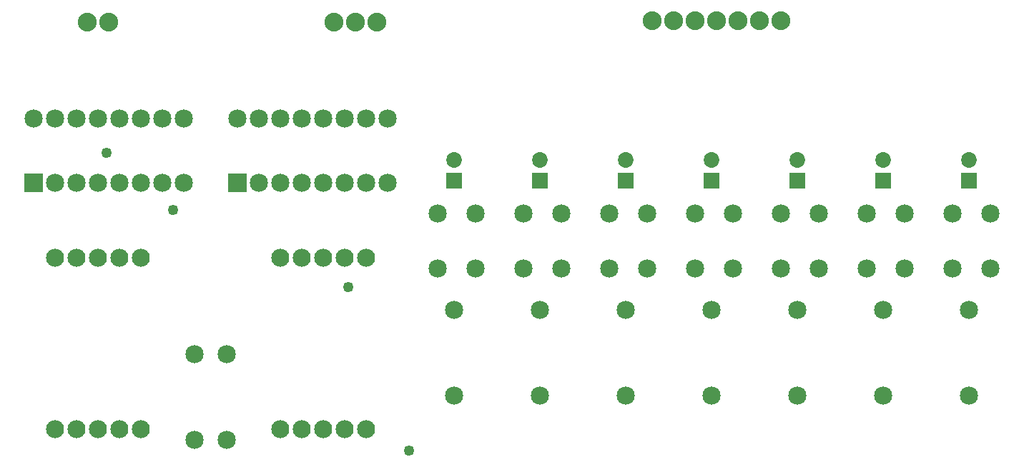
<source format=gbs>
G04 MADE WITH FRITZING*
G04 WWW.FRITZING.ORG*
G04 DOUBLE SIDED*
G04 HOLES PLATED*
G04 CONTOUR ON CENTER OF CONTOUR VECTOR*
%ASAXBY*%
%FSLAX23Y23*%
%MOIN*%
%OFA0B0*%
%SFA1.0B1.0*%
%ADD10C,0.088000*%
%ADD11C,0.049370*%
%ADD12C,0.085000*%
%ADD13C,0.084000*%
%ADD14C,0.072992*%
%ADD15R,0.085000X0.085000*%
%ADD16R,0.072992X0.072992*%
%LNMASK0*%
G90*
G70*
G54D10*
X1572Y2141D03*
X1672Y2141D03*
X1772Y2141D03*
X422Y2141D03*
X522Y2141D03*
X3057Y2148D03*
X3157Y2148D03*
X3257Y2148D03*
X3357Y2148D03*
X3457Y2148D03*
X3557Y2148D03*
X3657Y2148D03*
G54D11*
X824Y1266D03*
X1640Y906D03*
X512Y1530D03*
X1922Y141D03*
G54D12*
X1122Y1391D03*
X1122Y1691D03*
X1222Y1391D03*
X1222Y1691D03*
X1322Y1391D03*
X1322Y1691D03*
X1422Y1391D03*
X1422Y1691D03*
X1522Y1391D03*
X1522Y1691D03*
X1622Y1391D03*
X1622Y1691D03*
X1722Y1391D03*
X1722Y1691D03*
X1822Y1391D03*
X1822Y1691D03*
X172Y1391D03*
X172Y1691D03*
X272Y1391D03*
X272Y1691D03*
X372Y1391D03*
X372Y1691D03*
X472Y1391D03*
X472Y1691D03*
X572Y1391D03*
X572Y1691D03*
X672Y1391D03*
X672Y1691D03*
X772Y1391D03*
X772Y1691D03*
X872Y1391D03*
X872Y1691D03*
G54D13*
X1722Y1041D03*
X1622Y1041D03*
X1522Y1041D03*
X1422Y1041D03*
X1322Y1041D03*
X1322Y241D03*
X1422Y241D03*
X1522Y241D03*
X1622Y241D03*
X1722Y241D03*
X672Y1041D03*
X572Y1041D03*
X472Y1041D03*
X372Y1041D03*
X272Y1041D03*
X272Y241D03*
X372Y241D03*
X472Y241D03*
X572Y241D03*
X672Y241D03*
G54D12*
X1072Y191D03*
X1072Y591D03*
X922Y191D03*
X922Y591D03*
X4457Y992D03*
X4457Y1248D03*
X4634Y992D03*
X4634Y1248D03*
X4057Y992D03*
X4057Y1248D03*
X4234Y992D03*
X4234Y1248D03*
X3657Y992D03*
X3657Y1248D03*
X3834Y992D03*
X3834Y1248D03*
X3257Y992D03*
X3257Y1248D03*
X3434Y992D03*
X3434Y1248D03*
X2857Y992D03*
X2857Y1248D03*
X3034Y992D03*
X3034Y1248D03*
X2457Y992D03*
X2457Y1248D03*
X2634Y992D03*
X2634Y1248D03*
X2057Y992D03*
X2057Y1248D03*
X2234Y992D03*
X2234Y1248D03*
X4534Y798D03*
X4534Y398D03*
X4134Y798D03*
X4134Y398D03*
X3734Y798D03*
X3734Y398D03*
X3334Y798D03*
X3334Y398D03*
X2934Y798D03*
X2934Y398D03*
X2534Y798D03*
X2534Y398D03*
X2134Y798D03*
X2134Y398D03*
G54D14*
X4534Y1400D03*
X4534Y1498D03*
X4134Y1400D03*
X4134Y1498D03*
X3734Y1400D03*
X3734Y1498D03*
X3334Y1400D03*
X3334Y1498D03*
X2934Y1400D03*
X2934Y1498D03*
X2534Y1400D03*
X2534Y1498D03*
X2134Y1400D03*
X2134Y1498D03*
G54D15*
X1122Y1391D03*
X172Y1391D03*
G54D16*
X4534Y1400D03*
X4134Y1400D03*
X3734Y1400D03*
X3334Y1400D03*
X2934Y1400D03*
X2534Y1400D03*
X2134Y1400D03*
G04 End of Mask0*
M02*
</source>
